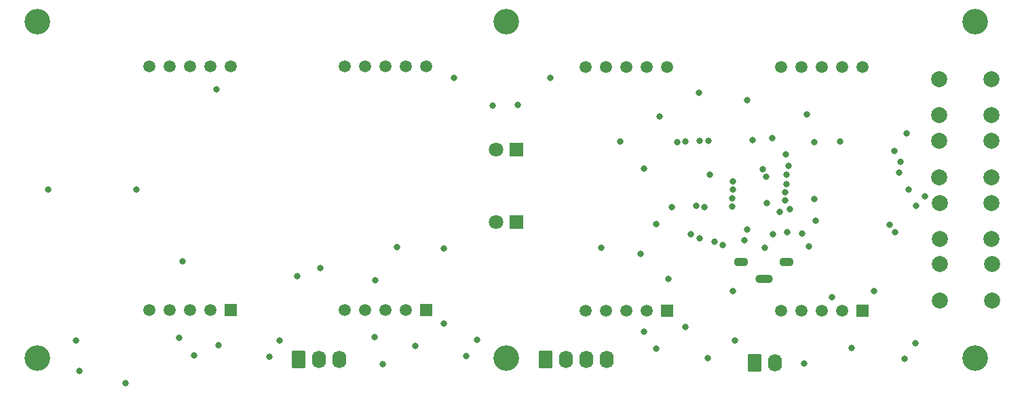
<source format=gbr>
G04 #@! TF.GenerationSoftware,KiCad,Pcbnew,6.0.11-2627ca5db0~126~ubuntu22.04.1*
G04 #@! TF.CreationDate,2023-10-21T07:57:24+01:00*
G04 #@! TF.ProjectId,LEDClock,4c454443-6c6f-4636-9b2e-6b696361645f,rev?*
G04 #@! TF.SameCoordinates,PX44794c0PY22243c0*
G04 #@! TF.FileFunction,Soldermask,Bot*
G04 #@! TF.FilePolarity,Negative*
%FSLAX45Y45*%
G04 Gerber Fmt 4.5, Leading zero omitted, Abs format (unit mm)*
G04 Created by KiCad (PCBNEW 6.0.11-2627ca5db0~126~ubuntu22.04.1) date 2023-10-21 07:57:24*
%MOMM*%
%LPD*%
G01*
G04 APERTURE LIST*
G04 Aperture macros list*
%AMRoundRect*
0 Rectangle with rounded corners*
0 $1 Rounding radius*
0 $2 $3 $4 $5 $6 $7 $8 $9 X,Y pos of 4 corners*
0 Add a 4 corners polygon primitive as box body*
4,1,4,$2,$3,$4,$5,$6,$7,$8,$9,$2,$3,0*
0 Add four circle primitives for the rounded corners*
1,1,$1+$1,$2,$3*
1,1,$1+$1,$4,$5*
1,1,$1+$1,$6,$7*
1,1,$1+$1,$8,$9*
0 Add four rect primitives between the rounded corners*
20,1,$1+$1,$2,$3,$4,$5,0*
20,1,$1+$1,$4,$5,$6,$7,0*
20,1,$1+$1,$6,$7,$8,$9,0*
20,1,$1+$1,$8,$9,$2,$3,0*%
G04 Aperture macros list end*
%ADD10O,1.800000X1.100000*%
%ADD11O,2.200000X1.100000*%
%ADD12C,3.200000*%
%ADD13RoundRect,0.250000X-0.620000X-0.845000X0.620000X-0.845000X0.620000X0.845000X-0.620000X0.845000X0*%
%ADD14O,1.740000X2.190000*%
%ADD15R,1.500000X1.500000*%
%ADD16C,1.500000*%
%ADD17C,2.000000*%
%ADD18R,1.800000X1.800000*%
%ADD19C,1.800000*%
%ADD20C,0.800000*%
G04 APERTURE END LIST*
D10*
X9745000Y-3402500D03*
X9185000Y-3402500D03*
D11*
X9465000Y-3617500D03*
D12*
X400000Y-4600000D03*
X6250000Y-400000D03*
D13*
X6741000Y-4622000D03*
D14*
X6995000Y-4622000D03*
X7249000Y-4622000D03*
X7503000Y-4622000D03*
D12*
X400000Y-400000D03*
D13*
X3664000Y-4624000D03*
D14*
X3918000Y-4624000D03*
X4172000Y-4624000D03*
D13*
X9354000Y-4659000D03*
D14*
X9608000Y-4659000D03*
D12*
X12100000Y-4600000D03*
X12100000Y-400000D03*
X6250000Y-4600000D03*
D15*
X8258000Y-4008000D03*
D16*
X8004000Y-4008000D03*
X7750000Y-4008000D03*
X7496000Y-4008000D03*
X7242000Y-4008000D03*
X7242000Y-960000D03*
X7496000Y-960000D03*
X7750000Y-960000D03*
X8004000Y-960000D03*
X8258000Y-960000D03*
D17*
X12308000Y-2661000D03*
X11658000Y-2661000D03*
X12308000Y-3111000D03*
X11658000Y-3111000D03*
X12307000Y-1890000D03*
X11657000Y-1890000D03*
X12307000Y-2340000D03*
X11657000Y-2340000D03*
D18*
X6376500Y-2000000D03*
D19*
X6122500Y-2000000D03*
D17*
X12307000Y-1118000D03*
X11657000Y-1118000D03*
X12307000Y-1568000D03*
X11657000Y-1568000D03*
D15*
X5255000Y-4006000D03*
D16*
X5001000Y-4006000D03*
X4747000Y-4006000D03*
X4493000Y-4006000D03*
X4239000Y-4006000D03*
X4239000Y-958000D03*
X4493000Y-958000D03*
X4747000Y-958000D03*
X5001000Y-958000D03*
X5255000Y-958000D03*
D18*
X6376500Y-2900000D03*
D19*
X6122500Y-2900000D03*
D15*
X2817000Y-4007000D03*
D16*
X2563000Y-4007000D03*
X2309000Y-4007000D03*
X2055000Y-4007000D03*
X1801000Y-4007000D03*
X1801000Y-959000D03*
X2055000Y-959000D03*
X2309000Y-959000D03*
X2563000Y-959000D03*
X2817000Y-959000D03*
D17*
X11661000Y-3431000D03*
X12311000Y-3431000D03*
X12311000Y-3881000D03*
X11661000Y-3881000D03*
D15*
X10697000Y-4008000D03*
D16*
X10443000Y-4008000D03*
X10189000Y-4008000D03*
X9935000Y-4008000D03*
X9681000Y-4008000D03*
X9681000Y-960000D03*
X9935000Y-960000D03*
X10189000Y-960000D03*
X10443000Y-960000D03*
X10697000Y-960000D03*
D20*
X9449960Y-2244550D03*
X884000Y-4386000D03*
X9322000Y-1880000D03*
X9259117Y-2992665D03*
X5884000Y-4379000D03*
X4709000Y-4677000D03*
X10096000Y-1900000D03*
X3426000Y-4384000D03*
X9968000Y-4672000D03*
X9942500Y-3042500D03*
X3294000Y-4583000D03*
X11354000Y-4414000D03*
X2640000Y-1240000D03*
X8654000Y-1283000D03*
X8316550Y-2711892D03*
X8124000Y-2929000D03*
X8769000Y-4605000D03*
X7673430Y-1894110D03*
X6081500Y-1446000D03*
X9575000Y-3055000D03*
X537380Y-2494000D03*
X6800000Y-1100000D03*
X930000Y-4761000D03*
X8773200Y-1884550D03*
X5752000Y-4578000D03*
X9255500Y-1375500D03*
X11222000Y-4613000D03*
X10024000Y-3203000D03*
X7972450Y-2231000D03*
X4891000Y-3216250D03*
X10415000Y-1896000D03*
X1504000Y-4920000D03*
X9572600Y-1851000D03*
X7932000Y-3304000D03*
X7435000Y-3226000D03*
X2355000Y-4570000D03*
X5600000Y-1100000D03*
X1633380Y-2498000D03*
X5469000Y-3229000D03*
X5469000Y-4170000D03*
X11367000Y-2702000D03*
X11268450Y-2499000D03*
X10313000Y-3841450D03*
X11156000Y-2280000D03*
X11170000Y-2150000D03*
X11097000Y-2012000D03*
X11032000Y-2936000D03*
X11105000Y-3027000D03*
X8661758Y-1882729D03*
X9739000Y-2053000D03*
X5120000Y-4449050D03*
X2173000Y-4349000D03*
X2216000Y-3389000D03*
X4614901Y-3630050D03*
X8851300Y-3146876D03*
X4608000Y-4344000D03*
X8277000Y-3613000D03*
X8955067Y-3189058D03*
X7972350Y-4272110D03*
X9080498Y-3769422D03*
X9106000Y-4380000D03*
X9772460Y-2202000D03*
X8487195Y-1895550D03*
X8383000Y-1899000D03*
X9749000Y-2308000D03*
X8787799Y-2310201D03*
X9747063Y-2428296D03*
X6398000Y-1441000D03*
X9733290Y-2527293D03*
X9081000Y-2390000D03*
X9222000Y-3128000D03*
X9474000Y-3225000D03*
X9727450Y-2627073D03*
X9077000Y-2499000D03*
X3642000Y-3579000D03*
X3934000Y-3475550D03*
X9073141Y-2705600D03*
X10006000Y-1554000D03*
X10099000Y-2617000D03*
X8726623Y-2715163D03*
X8121350Y-4482160D03*
X9496000Y-2335000D03*
X8168000Y-1580000D03*
X8618817Y-2695183D03*
X10112000Y-2881000D03*
X9505992Y-2663519D03*
X9793000Y-2738000D03*
X11475000Y-2577000D03*
X9665550Y-2772450D03*
X9074003Y-2605653D03*
X10558000Y-4480000D03*
X9757000Y-3025000D03*
X8661450Y-3101865D03*
X11247000Y-1791000D03*
X10842000Y-3769000D03*
X2665000Y-4444000D03*
X8557000Y-3058000D03*
X8486000Y-4217000D03*
M02*

</source>
